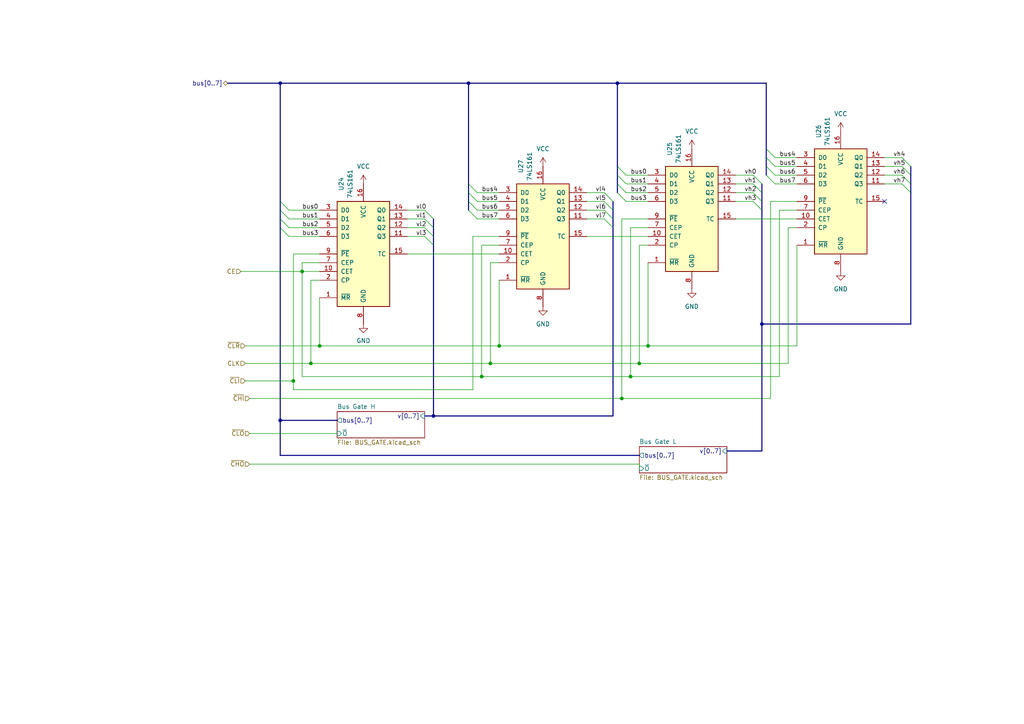
<source format=kicad_sch>
(kicad_sch (version 20250114) (generator "eeschema") (generator_version "9.0")
  (paper "A4")
  (lib_symbols
    (symbol "74xx:74LS161" (pin_names (offset 1.016))
      (property "Reference" "U" (at -7.62 16.51 0))
      (property "Value" "74LS161" (at -7.62 -16.51 0))
      (symbol "74LS161_1_0"
        (pin input line (at -12.7 12.7 0) (length 5.08) (name "D0") (number "3"))
        (pin input line (at -12.7 10.16 0) (length 5.08) (name "D1") (number "4"))
        (pin input line (at -12.7 7.62 0) (length 5.08) (name "D2") (number "5"))
        (pin input line (at -12.7 5.08 0) (length 5.08) (name "D3") (number "6"))
        (pin input line (at -12.7 0 0) (length 5.08) (name "~{PE}") (number "9"))
        (pin input line (at -12.7 -2.54 0) (length 5.08) (name "CEP") (number "7"))
        (pin input line (at -12.7 -5.08 0) (length 5.08) (name "CET") (number "10"))
        (pin input line (at -12.7 -7.62 0) (length 5.08) (name "CP") (number "2"))
        (pin input line (at -12.7 -12.7 0) (length 5.08) (name "~{MR}") (number "1"))
        (pin power_in line (at 0 20.32 270) (length 5.08) (name "VCC") (number "16"))
        (pin power_in line (at 0 -20.32 90) (length 5.08) (name "GND") (number "8"))
        (pin output line (at 12.7 12.7 180) (length 5.08) (name "Q0") (number "14"))
        (pin output line (at 12.7 10.16 180) (length 5.08) (name "Q1") (number "13"))
        (pin output line (at 12.7 7.62 180) (length 5.08) (name "Q2") (number "12"))
        (pin output line (at 12.7 5.08 180) (length 5.08) (name "Q3") (number "11"))
        (pin output line (at 12.7 0 180) (length 5.08) (name "TC") (number "15"))
      )
      (symbol "74LS161_1_1"
        (rectangle (start -7.62 15.24) (end 7.62 -15.24) (stroke (width 0.254)) (fill (type background)))
      )
    )
    (symbol "power:GND" (power) (pin_numbers (hide yes)) (pin_names (offset 0) (hide yes))
      (property "Value" "GND" (at 0 -3.81 0))
      (symbol "GND_0_1"
        (polyline (pts (xy 0 0) (xy 0 -1.27) (xy 1.27 -1.27) (xy 0 -2.54) (xy -1.27 -1.27) (xy 0 -1.27)))
      )
      (symbol "GND_1_1"
        (pin power_in line (at 0 0 270) (length 0) (name "~") (number "1"))
      )
    )
    (symbol "power:VCC" (power) (pin_numbers (hide yes)) (pin_names (offset 0) (hide yes))
      (property "Value" "VCC" (at 0 3.556 0))
      (symbol "VCC_0_1"
        (polyline (pts (xy -0.762 1.27) (xy 0 2.54)))
        (polyline (pts (xy 0 2.54) (xy 0.762 1.27)))
        (polyline (pts (xy 0 0) (xy 0 2.54)))
      )
      (symbol "VCC_1_1"
        (pin power_in line (at 0 0 90) (length 0) (name "~") (number "1"))
      )
    )
  )
  (junction (at 187.96 100.33))
  (junction (at 81.28 24.13))
  (junction (at 87.63 78.74))
  (junction (at 182.88 109.22))
  (junction (at 135.89 24.13))
  (junction (at 139.7 109.22))
  (junction (at 185.42 105.41))
  (junction (at 142.24 105.41))
  (junction (at 144.78 100.33))
  (junction (at 92.71 100.33))
  (junction (at 179.07 24.13))
  (junction (at 81.28 121.92))
  (junction (at 180.34 115.57))
  (junction (at 220.98 93.98))
  (junction (at 125.73 120.65))
  (junction (at 90.17 105.41))
  (junction (at 85.09 110.49))
  (no_connect (at 256.54 58.42))
  (bus_entry (at 123.19 66.04) (size 2.54 2.54))
  (bus_entry (at 123.19 60.96) (size 2.54 2.54))
  (bus_entry (at 81.28 60.96) (size 2.54 2.54))
  (bus_entry (at 135.89 55.88) (size 2.54 2.54))
  (bus_entry (at 81.28 58.42) (size 2.54 2.54))
  (bus_entry (at 179.07 53.34) (size 2.54 2.54))
  (bus_entry (at 222.25 48.26) (size 2.54 2.54))
  (bus_entry (at 175.26 63.5) (size 2.54 2.54))
  (bus_entry (at 261.62 45.72) (size 2.54 2.54))
  (bus_entry (at 135.89 60.96) (size 2.54 2.54))
  (bus_entry (at 222.25 43.18) (size 2.54 2.54))
  (bus_entry (at 135.89 58.42) (size 2.54 2.54))
  (bus_entry (at 123.19 68.58) (size 2.54 2.54))
  (bus_entry (at 81.28 66.04) (size 2.54 2.54))
  (bus_entry (at 222.25 45.72) (size 2.54 2.54))
  (bus_entry (at 123.19 63.5) (size 2.54 2.54))
  (bus_entry (at 218.44 58.42) (size 2.54 2.54))
  (bus_entry (at 179.07 48.26) (size 2.54 2.54))
  (bus_entry (at 261.62 50.8) (size 2.54 2.54))
  (bus_entry (at 175.26 55.88) (size 2.54 2.54))
  (bus_entry (at 261.62 48.26) (size 2.54 2.54))
  (bus_entry (at 135.89 53.34) (size 2.54 2.54))
  (bus_entry (at 175.26 58.42) (size 2.54 2.54))
  (bus_entry (at 261.62 53.34) (size 2.54 2.54))
  (bus_entry (at 179.07 50.8) (size 2.54 2.54))
  (bus_entry (at 175.26 60.96) (size 2.54 2.54))
  (bus_entry (at 218.44 50.8) (size 2.54 2.54))
  (bus_entry (at 81.28 63.5) (size 2.54 2.54))
  (bus_entry (at 179.07 55.88) (size 2.54 2.54))
  (bus_entry (at 218.44 53.34) (size 2.54 2.54))
  (bus_entry (at 218.44 55.88) (size 2.54 2.54))
  (bus_entry (at 222.25 50.8) (size 2.54 2.54))
  (wire (pts (xy 226.06 109.22) (xy 226.06 60.96)))
  (bus (pts (xy 81.28 63.5) (xy 81.28 66.04)))
  (bus (pts (xy 66.04 24.13) (xy 81.28 24.13)))
  (wire (pts (xy 142.24 76.2) (xy 144.78 76.2)))
  (wire (pts (xy 181.61 55.88) (xy 187.96 55.88)))
  (bus (pts (xy 81.28 121.92) (xy 81.28 132.08)))
  (wire (pts (xy 185.42 105.41) (xy 228.6 105.41)))
  (bus (pts (xy 179.07 24.13) (xy 179.07 48.26)))
  (bus (pts (xy 135.89 58.42) (xy 135.89 55.88)))
  (bus (pts (xy 135.89 24.13) (xy 179.07 24.13)))
  (wire (pts (xy 138.43 58.42) (xy 144.78 58.42)))
  (bus (pts (xy 125.73 63.5) (xy 125.73 66.04)))
  (wire (pts (xy 137.16 113.03) (xy 137.16 68.58)))
  (bus (pts (xy 220.98 53.34) (xy 220.98 55.88)))
  (bus (pts (xy 125.73 120.65) (xy 177.8 120.65)))
  (wire (pts (xy 170.18 55.88) (xy 175.26 55.88)))
  (wire (pts (xy 87.63 78.74) (xy 87.63 109.22)))
  (wire (pts (xy 181.61 58.42) (xy 187.96 58.42)))
  (bus (pts (xy 264.16 93.98) (xy 264.16 55.88)))
  (wire (pts (xy 187.96 100.33) (xy 231.14 100.33)))
  (wire (pts (xy 144.78 81.28) (xy 144.78 100.33)))
  (wire (pts (xy 118.11 68.58) (xy 123.19 68.58)))
  (wire (pts (xy 139.7 71.12) (xy 144.78 71.12)))
  (wire (pts (xy 144.78 100.33) (xy 187.96 100.33)))
  (bus (pts (xy 177.8 60.96) (xy 177.8 63.5)))
  (wire (pts (xy 83.82 63.5) (xy 92.71 63.5)))
  (wire (pts (xy 139.7 71.12) (xy 139.7 109.22)))
  (bus (pts (xy 179.07 48.26) (xy 179.07 50.8)))
  (wire (pts (xy 90.17 105.41) (xy 90.17 81.28)))
  (wire (pts (xy 170.18 63.5) (xy 175.26 63.5)))
  (wire (pts (xy 224.79 45.72) (xy 231.14 45.72)))
  (wire (pts (xy 223.52 58.42) (xy 231.14 58.42)))
  (wire (pts (xy 85.09 113.03) (xy 137.16 113.03)))
  (wire (pts (xy 213.36 53.34) (xy 218.44 53.34)))
  (wire (pts (xy 224.79 48.26) (xy 231.14 48.26)))
  (wire (pts (xy 138.43 60.96) (xy 144.78 60.96)))
  (bus (pts (xy 81.28 58.42) (xy 81.28 24.13)))
  (wire (pts (xy 71.12 105.41) (xy 90.17 105.41)))
  (wire (pts (xy 118.11 63.5) (xy 123.19 63.5)))
  (bus (pts (xy 81.28 24.13) (xy 135.89 24.13)))
  (wire (pts (xy 213.36 50.8) (xy 218.44 50.8)))
  (wire (pts (xy 231.14 100.33) (xy 231.14 71.12)))
  (wire (pts (xy 87.63 78.74) (xy 92.71 78.74)))
  (wire (pts (xy 223.52 115.57) (xy 223.52 58.42)))
  (wire (pts (xy 182.88 66.04) (xy 187.96 66.04)))
  (bus (pts (xy 125.73 66.04) (xy 125.73 68.58)))
  (bus (pts (xy 125.73 71.12) (xy 125.73 120.65)))
  (wire (pts (xy 72.39 115.57) (xy 180.34 115.57)))
  (wire (pts (xy 185.42 71.12) (xy 187.96 71.12)))
  (wire (pts (xy 137.16 68.58) (xy 144.78 68.58)))
  (bus (pts (xy 125.73 120.65) (xy 123.19 120.65)))
  (wire (pts (xy 256.54 48.26) (xy 261.62 48.26)))
  (wire (pts (xy 87.63 76.2) (xy 92.71 76.2)))
  (wire (pts (xy 213.36 55.88) (xy 218.44 55.88)))
  (wire (pts (xy 83.82 60.96) (xy 92.71 60.96)))
  (wire (pts (xy 92.71 86.36) (xy 92.71 100.33)))
  (bus (pts (xy 81.28 58.42) (xy 81.28 60.96)))
  (wire (pts (xy 181.61 50.8) (xy 187.96 50.8)))
  (bus (pts (xy 177.8 120.65) (xy 177.8 66.04)))
  (wire (pts (xy 180.34 115.57) (xy 223.52 115.57)))
  (bus (pts (xy 222.25 48.26) (xy 222.25 45.72)))
  (bus (pts (xy 177.8 63.5) (xy 177.8 66.04)))
  (bus (pts (xy 81.28 63.5) (xy 81.28 60.96)))
  (bus (pts (xy 81.28 132.08) (xy 185.42 132.08)))
  (wire (pts (xy 224.79 53.34) (xy 231.14 53.34)))
  (wire (pts (xy 180.34 63.5) (xy 180.34 115.57)))
  (wire (pts (xy 138.43 63.5) (xy 144.78 63.5)))
  (bus (pts (xy 220.98 93.98) (xy 220.98 130.81)))
  (bus (pts (xy 135.89 58.42) (xy 135.89 60.96)))
  (wire (pts (xy 118.11 73.66) (xy 144.78 73.66)))
  (wire (pts (xy 182.88 109.22) (xy 226.06 109.22)))
  (wire (pts (xy 170.18 68.58) (xy 187.96 68.58)))
  (wire (pts (xy 256.54 50.8) (xy 261.62 50.8)))
  (bus (pts (xy 222.25 48.26) (xy 222.25 50.8)))
  (bus (pts (xy 81.28 121.92) (xy 97.79 121.92)))
  (wire (pts (xy 182.88 66.04) (xy 182.88 109.22)))
  (bus (pts (xy 135.89 24.13) (xy 135.89 53.34)))
  (wire (pts (xy 170.18 60.96) (xy 175.26 60.96)))
  (wire (pts (xy 83.82 66.04) (xy 92.71 66.04)))
  (bus (pts (xy 179.07 53.34) (xy 179.07 55.88)))
  (wire (pts (xy 185.42 134.62) (xy 185.42 135.89)))
  (wire (pts (xy 87.63 109.22) (xy 139.7 109.22)))
  (bus (pts (xy 177.8 58.42) (xy 177.8 60.96)))
  (wire (pts (xy 90.17 105.41) (xy 142.24 105.41)))
  (wire (pts (xy 187.96 76.2) (xy 187.96 100.33)))
  (wire (pts (xy 87.63 78.74) (xy 87.63 76.2)))
  (wire (pts (xy 85.09 73.66) (xy 85.09 110.49)))
  (bus (pts (xy 220.98 130.81) (xy 210.82 130.81)))
  (bus (pts (xy 179.07 53.34) (xy 179.07 50.8)))
  (wire (pts (xy 256.54 53.34) (xy 261.62 53.34)))
  (wire (pts (xy 213.36 58.42) (xy 218.44 58.42)))
  (bus (pts (xy 220.98 60.96) (xy 220.98 93.98)))
  (bus (pts (xy 222.25 43.18) (xy 222.25 45.72)))
  (wire (pts (xy 138.43 55.88) (xy 144.78 55.88)))
  (bus (pts (xy 264.16 50.8) (xy 264.16 53.34)))
  (wire (pts (xy 142.24 105.41) (xy 185.42 105.41)))
  (wire (pts (xy 90.17 81.28) (xy 92.71 81.28)))
  (wire (pts (xy 139.7 109.22) (xy 182.88 109.22)))
  (bus (pts (xy 220.98 58.42) (xy 220.98 60.96)))
  (wire (pts (xy 92.71 73.66) (xy 85.09 73.66)))
  (wire (pts (xy 72.39 134.62) (xy 185.42 134.62)))
  (bus (pts (xy 81.28 66.04) (xy 81.28 121.92)))
  (wire (pts (xy 142.24 105.41) (xy 142.24 76.2)))
  (bus (pts (xy 179.07 24.13) (xy 222.25 24.13)))
  (wire (pts (xy 256.54 45.72) (xy 261.62 45.72)))
  (bus (pts (xy 264.16 48.26) (xy 264.16 50.8)))
  (bus (pts (xy 135.89 53.34) (xy 135.89 55.88)))
  (wire (pts (xy 181.61 53.34) (xy 187.96 53.34)))
  (wire (pts (xy 228.6 66.04) (xy 231.14 66.04)))
  (wire (pts (xy 170.18 58.42) (xy 175.26 58.42)))
  (wire (pts (xy 72.39 125.73) (xy 97.79 125.73)))
  (wire (pts (xy 118.11 66.04) (xy 123.19 66.04)))
  (bus (pts (xy 222.25 24.13) (xy 222.25 43.18)))
  (bus (pts (xy 220.98 93.98) (xy 264.16 93.98)))
  (wire (pts (xy 71.12 110.49) (xy 85.09 110.49)))
  (wire (pts (xy 185.42 105.41) (xy 185.42 71.12)))
  (wire (pts (xy 92.71 100.33) (xy 144.78 100.33)))
  (wire (pts (xy 83.82 68.58) (xy 92.71 68.58)))
  (bus (pts (xy 264.16 53.34) (xy 264.16 55.88)))
  (wire (pts (xy 118.11 60.96) (xy 123.19 60.96)))
  (wire (pts (xy 226.06 60.96) (xy 231.14 60.96)))
  (wire (pts (xy 228.6 105.41) (xy 228.6 66.04)))
  (wire (pts (xy 213.36 63.5) (xy 231.14 63.5)))
  (wire (pts (xy 224.79 50.8) (xy 231.14 50.8)))
  (bus (pts (xy 220.98 55.88) (xy 220.98 58.42)))
  (wire (pts (xy 85.09 113.03) (xy 85.09 110.49)))
  (bus (pts (xy 125.73 68.58) (xy 125.73 71.12)))
  (wire (pts (xy 69.85 78.74) (xy 87.63 78.74)))
  (wire (pts (xy 71.12 100.33) (xy 92.71 100.33)))
  (wire (pts (xy 180.34 63.5) (xy 187.96 63.5)))
  (label "bus4" (at 139.7 55.88 0))
  (label "bus7" (at 139.7 63.5 0))
  (label "bus2" (at 182.88 55.88 0))
  (label "bus3" (at 182.88 58.42 0))
  (label "vh0" (at 215.9 50.8 0))
  (label "vh6" (at 259.08 50.8 0))
  (label "vl2" (at 120.65 66.04 0))
  (label "bus5" (at 139.7 58.42 0))
  (label "vh2" (at 215.9 55.88 0))
  (label "bus4" (at 226.06 45.72 0))
  (label "bus2" (at 87.63 66.04 0))
  (label "bus7" (at 226.06 53.34 0))
  (label "vh4" (at 259.08 45.72 0))
  (label "bus6" (at 139.7 60.96 0))
  (label "vh1" (at 215.9 53.34 0))
  (label "vl4" (at 172.72 55.88 0))
  (label "bus0" (at 87.63 60.96 0))
  (label "vl7" (at 172.72 63.5 0))
  (label "vh3" (at 215.9 58.42 0))
  (label "vl5" (at 172.72 58.42 0))
  (label "vh5" (at 259.08 48.26 0))
  (label "vl6" (at 172.72 60.96 0))
  (label "vl1" (at 120.65 63.5 0))
  (label "bus3" (at 87.63 68.58 0))
  (label "bus1" (at 182.88 53.34 0))
  (label "bus1" (at 87.63 63.5 0))
  (label "bus5" (at 226.06 48.26 0))
  (label "bus0" (at 182.88 50.8 0))
  (label "bus6" (at 226.06 50.8 0))
  (label "vl3" (at 120.65 68.58 0))
  (label "vh7" (at 259.08 53.34 0))
  (label "vl0" (at 120.65 60.96 0))
  (hierarchical_label "CE" (shape input) (at 69.85 78.74 180))
  (hierarchical_label "~{CLI}" (shape input) (at 71.12 110.49 180))
  (hierarchical_label "CLK" (shape input) (at 71.12 105.41 180))
  (hierarchical_label "~{CLO}" (shape input) (at 72.39 125.73 180))
  (hierarchical_label "~{CLR}" (shape input) (at 71.12 100.33 180))
  (hierarchical_label "~{CHO}" (shape input) (at 72.39 134.62 180))
  (hierarchical_label "bus[0..7]" (shape bidirectional) (at 66.04 24.13 180))
  (hierarchical_label "~{CHI}" (shape input) (at 72.39 115.57 180))
  (symbol (lib_id "power:GND") (at 157.48 88.9 0) (unit 1)
    (property "Reference" "#PWR075" (effects (hide yes)))
    (property "Value" "GND" (at 157.48 93.98 0))
    (property "Description" "Power symbol creates a global label with name \"GND\" , ground" (effects (hide yes)))
  )
  (symbol (lib_id "power:GND") (at 200.66 83.82 0) (unit 1)
    (property "Reference" "#PWR076" (effects (hide yes)))
    (property "Value" "GND" (at 200.66 88.9 0))
    (property "Description" "Power symbol creates a global label with name \"GND\" , ground" (effects (hide yes)))
  )
  (symbol (lib_id "power:VCC") (at 157.48 48.26 0) (unit 1)
    (property "Reference" "#PWR071" (effects (hide yes)))
    (property "Value" "VCC" (at 157.48 43.18 0))
    (property "Description" "Power symbol creates a global label with name \"VCC\"" (effects (hide yes)))
  )
  (symbol (lib_id "74xx:74LS161") (at 243.84 58.42 0) (unit 1)
    (property "Reference" "U26" (at 237.4198 38.1 90))
    (property "Value" "74LS161" (at 239.9598 38.1 90))
    (property "Footprint" "Package_DIP:DIP-16_W7.62mm" (effects (hide yes)))
    (property "Datasheet" "http://www.ti.com/lit/gpn/sn74LS161" (effects (hide yes)))
    (property "Description" "Synchronous 4-bit programmable binary Counter" (effects (hide yes)))
  )
  (symbol (lib_id "power:VCC") (at 243.84 38.1 0) (unit 1)
    (property "Reference" "#PWR073" (effects (hide yes)))
    (property "Value" "VCC" (at 243.84 33.02 0))
    (property "Description" "Power symbol creates a global label with name \"VCC\"" (effects (hide yes)))
  )
  (symbol (lib_id "74xx:74LS161") (at 157.48 68.58 0) (unit 1)
    (property "Reference" "U27" (at 151.0598 48.26 90))
    (property "Value" "74LS161" (at 153.5998 48.26 90))
    (property "Footprint" "Package_DIP:DIP-16_W7.62mm" (effects (hide yes)))
    (property "Datasheet" "http://www.ti.com/lit/gpn/sn74LS161" (effects (hide yes)))
    (property "Description" "Synchronous 4-bit programmable binary Counter" (effects (hide yes)))
  )
  (symbol (lib_id "power:VCC") (at 200.66 43.18 0) (unit 1)
    (property "Reference" "#PWR072" (effects (hide yes)))
    (property "Value" "VCC" (at 200.66 38.1 0))
    (property "Description" "Power symbol creates a global label with name \"VCC\"" (effects (hide yes)))
  )
  (symbol (lib_id "74xx:74LS161") (at 105.41 73.66 0) (unit 1)
    (property "Reference" "U24" (at 98.9898 53.34 90))
    (property "Value" "74LS161" (at 101.5298 53.34 90))
    (property "Footprint" "Package_DIP:DIP-16_W7.62mm" (effects (hide yes)))
    (property "Datasheet" "http://www.ti.com/lit/gpn/sn74LS161" (effects (hide yes)))
    (property "Description" "Synchronous 4-bit programmable binary Counter" (effects (hide yes)))
  )
  (symbol (lib_id "power:GND") (at 243.84 78.74 0) (unit 1)
    (property "Reference" "#PWR077" (effects (hide yes)))
    (property "Value" "GND" (at 243.84 83.82 0))
    (property "Description" "Power symbol creates a global label with name \"GND\" , ground" (effects (hide yes)))
  )
  (symbol (lib_id "power:GND") (at 105.41 93.98 0) (unit 1)
    (property "Reference" "#PWR074" (effects (hide yes)))
    (property "Value" "GND" (at 105.41 98.806 0))
    (property "Description" "Power symbol creates a global label with name \"GND\" , ground" (effects (hide yes)))
  )
  (symbol (lib_id "power:VCC") (at 105.41 53.34 0) (unit 1)
    (property "Reference" "#PWR070" (effects (hide yes)))
    (property "Value" "VCC" (at 105.41 48.26 0))
    (property "Description" "Power symbol creates a global label with name \"VCC\"" (effects (hide yes)))
  )
  (symbol (lib_id "74xx:74LS161") (at 200.66 63.5 0) (unit 1)
    (property "Reference" "U25" (at 194.2398 43.18 90))
    (property "Value" "74LS161" (at 196.7798 43.18 90))
    (property "Footprint" "Package_DIP:DIP-16_W7.62mm" (effects (hide yes)))
    (property "Datasheet" "http://www.ti.com/lit/gpn/sn74LS161" (effects (hide yes)))
    (property "Description" "Synchronous 4-bit programmable binary Counter" (effects (hide yes)))
  )
  (sheet (at 97.79 119.38) (size 25.4 7.62) (stroke (width 0.1524))
    (property "Sheetname" "Bus Gate H" (at 97.79 118.6684 0) (effects (justify left bottom)))
    (property "Sheetfile" "BUS_GATE.kicad_sch" (at 97.79 127.5846 0) (effects (justify left top)))
    (pin "~{O}" input (at 97.79 125.73 180))
    (pin "v[0..7]" input (at 123.19 120.65 0))
    (pin "bus[0..7]" output (at 97.79 121.92 180))
  )
  (sheet (at 185.42 129.54) (size 25.4 7.62) (stroke (width 0.1524))
    (property "Sheetname" "Bus Gate L" (at 185.42 128.8284 0) (effects (justify left bottom)))
    (property "Sheetfile" "BUS_GATE.kicad_sch" (at 185.42 137.7446 0) (effects (justify left top)))
    (pin "~{O}" input (at 185.42 135.89 180))
    (pin "v[0..7]" input (at 210.82 130.81 0))
    (pin "bus[0..7]" output (at 185.42 132.08 180))
  )
)
</source>
